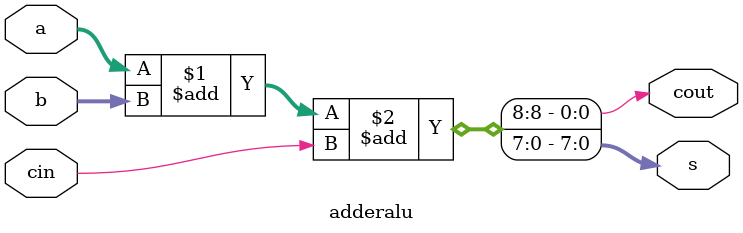
<source format=sv>
module adderalu #(parameter N = 8) (
	input logic [N-1:0] a,
	input logic [N-1:0] b,
	input logic cin,
	output logic [N-1:0] s,
	output logic cout
);

	assign {cout, s} = a + b + cin;

endmodule
</source>
